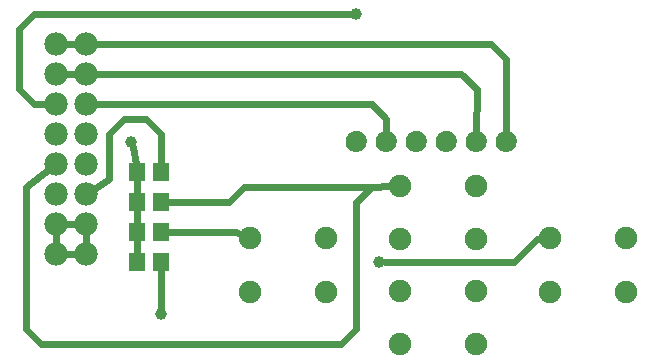
<source format=gtl>
G04 MADE WITH FRITZING*
G04 WWW.FRITZING.ORG*
G04 DOUBLE SIDED*
G04 HOLES PLATED*
G04 CONTOUR ON CENTER OF CONTOUR VECTOR*
%ASAXBY*%
%FSLAX23Y23*%
%MOIN*%
%OFA0B0*%
%SFA1.0B1.0*%
%ADD10C,0.039370*%
%ADD11C,0.070000*%
%ADD12C,0.075000*%
%ADD13C,0.078000*%
%ADD14R,0.055118X0.059055*%
%ADD15C,0.024000*%
%ADD16R,0.001000X0.001000*%
%LNCOPPER1*%
G90*
G70*
G54D10*
X422Y800D03*
X522Y225D03*
X1247Y400D03*
X1172Y1225D03*
G54D11*
X1172Y800D03*
X1272Y800D03*
X1372Y800D03*
X1472Y800D03*
X1572Y800D03*
X1672Y800D03*
G54D12*
X2072Y300D03*
X1816Y300D03*
X2072Y477D03*
X1816Y477D03*
X1072Y300D03*
X816Y300D03*
X1072Y477D03*
X816Y477D03*
X1316Y302D03*
X1572Y302D03*
X1316Y125D03*
X1572Y125D03*
X1572Y475D03*
X1316Y475D03*
X1572Y652D03*
X1316Y652D03*
G54D13*
X172Y1125D03*
X172Y1025D03*
X172Y925D03*
X172Y825D03*
X172Y725D03*
X172Y625D03*
X172Y525D03*
X172Y425D03*
X172Y1125D03*
X172Y1025D03*
X172Y925D03*
X172Y825D03*
X172Y725D03*
X172Y625D03*
X172Y525D03*
X172Y425D03*
X272Y425D03*
X272Y525D03*
X272Y625D03*
X272Y725D03*
X272Y825D03*
X272Y925D03*
X272Y1025D03*
X272Y1125D03*
G54D14*
X442Y400D03*
X522Y400D03*
X442Y500D03*
X522Y500D03*
X442Y600D03*
X522Y600D03*
X442Y700D03*
X522Y700D03*
G54D15*
X442Y476D02*
X442Y424D01*
D02*
X442Y576D02*
X442Y524D01*
D02*
X442Y676D02*
X442Y624D01*
D02*
X437Y724D02*
X426Y781D01*
D02*
X522Y244D02*
X522Y376D01*
D02*
X772Y499D02*
X544Y500D01*
D02*
X791Y490D02*
X772Y499D01*
D02*
X747Y600D02*
X544Y600D01*
D02*
X798Y649D02*
X747Y600D01*
D02*
X1222Y649D02*
X798Y649D01*
D02*
X1288Y651D02*
X1222Y649D01*
D02*
X522Y825D02*
X472Y874D01*
D02*
X472Y874D02*
X397Y874D01*
D02*
X397Y874D02*
X348Y825D01*
D02*
X348Y825D02*
X348Y675D01*
D02*
X348Y675D02*
X297Y641D01*
D02*
X522Y724D02*
X522Y825D01*
D02*
X272Y455D02*
X272Y495D01*
D02*
X172Y455D02*
X172Y495D01*
D02*
X242Y425D02*
X202Y425D01*
D02*
X242Y525D02*
X202Y525D01*
D02*
X242Y1025D02*
X202Y1025D01*
D02*
X242Y1125D02*
X202Y1125D01*
D02*
X1223Y649D02*
X1172Y600D01*
D02*
X1172Y600D02*
X1172Y174D01*
D02*
X1172Y174D02*
X1122Y125D01*
D02*
X1122Y125D02*
X121Y125D01*
D02*
X121Y125D02*
X72Y174D01*
D02*
X72Y649D02*
X148Y707D01*
D02*
X1288Y651D02*
X1223Y649D01*
D02*
X72Y174D02*
X72Y649D01*
D02*
X1773Y475D02*
X1698Y400D01*
D02*
X1698Y400D02*
X1266Y400D01*
D02*
X1788Y476D02*
X1773Y475D01*
D02*
X98Y924D02*
X142Y925D01*
D02*
X1153Y1225D02*
X97Y1226D01*
D02*
X97Y1226D02*
X48Y1174D01*
D02*
X48Y1174D02*
X48Y975D01*
D02*
X48Y975D02*
X98Y924D01*
D02*
X1223Y924D02*
X302Y925D01*
D02*
X1272Y826D02*
X1272Y875D01*
D02*
X1272Y875D02*
X1223Y924D01*
D02*
X1522Y1025D02*
X302Y1025D01*
D02*
X1572Y826D02*
X1573Y975D01*
D02*
X1573Y975D02*
X1522Y1025D01*
D02*
X1622Y1124D02*
X302Y1125D01*
D02*
X1672Y826D02*
X1672Y1074D01*
D02*
X1672Y1074D02*
X1622Y1124D01*
G54D16*
X1165Y835D02*
X1178Y835D01*
X1265Y835D02*
X1278Y835D01*
X1365Y835D02*
X1378Y835D01*
X1465Y835D02*
X1478Y835D01*
X1565Y835D02*
X1578Y835D01*
X1665Y835D02*
X1678Y835D01*
X1161Y834D02*
X1182Y834D01*
X1261Y834D02*
X1282Y834D01*
X1361Y834D02*
X1382Y834D01*
X1461Y834D02*
X1482Y834D01*
X1561Y834D02*
X1582Y834D01*
X1661Y834D02*
X1682Y834D01*
X1159Y833D02*
X1185Y833D01*
X1259Y833D02*
X1285Y833D01*
X1359Y833D02*
X1385Y833D01*
X1459Y833D02*
X1485Y833D01*
X1559Y833D02*
X1585Y833D01*
X1659Y833D02*
X1685Y833D01*
X1157Y832D02*
X1187Y832D01*
X1257Y832D02*
X1287Y832D01*
X1357Y832D02*
X1387Y832D01*
X1457Y832D02*
X1487Y832D01*
X1557Y832D02*
X1587Y832D01*
X1657Y832D02*
X1687Y832D01*
X1155Y831D02*
X1189Y831D01*
X1255Y831D02*
X1289Y831D01*
X1355Y831D02*
X1389Y831D01*
X1455Y831D02*
X1489Y831D01*
X1555Y831D02*
X1589Y831D01*
X1655Y831D02*
X1689Y831D01*
X1153Y830D02*
X1190Y830D01*
X1253Y830D02*
X1290Y830D01*
X1353Y830D02*
X1390Y830D01*
X1453Y830D02*
X1490Y830D01*
X1553Y830D02*
X1590Y830D01*
X1653Y830D02*
X1690Y830D01*
X1152Y829D02*
X1192Y829D01*
X1252Y829D02*
X1292Y829D01*
X1352Y829D02*
X1392Y829D01*
X1452Y829D02*
X1492Y829D01*
X1552Y829D02*
X1592Y829D01*
X1652Y829D02*
X1692Y829D01*
X1150Y828D02*
X1193Y828D01*
X1250Y828D02*
X1293Y828D01*
X1350Y828D02*
X1393Y828D01*
X1450Y828D02*
X1493Y828D01*
X1550Y828D02*
X1593Y828D01*
X1650Y828D02*
X1693Y828D01*
X1149Y827D02*
X1194Y827D01*
X1249Y827D02*
X1294Y827D01*
X1349Y827D02*
X1394Y827D01*
X1449Y827D02*
X1494Y827D01*
X1549Y827D02*
X1594Y827D01*
X1649Y827D02*
X1694Y827D01*
X1148Y826D02*
X1196Y826D01*
X1248Y826D02*
X1296Y826D01*
X1348Y826D02*
X1396Y826D01*
X1448Y826D02*
X1496Y826D01*
X1548Y826D02*
X1596Y826D01*
X1648Y826D02*
X1696Y826D01*
X1147Y825D02*
X1196Y825D01*
X1247Y825D02*
X1296Y825D01*
X1347Y825D02*
X1396Y825D01*
X1447Y825D02*
X1496Y825D01*
X1547Y825D02*
X1596Y825D01*
X1647Y825D02*
X1696Y825D01*
X1146Y824D02*
X1197Y824D01*
X1246Y824D02*
X1297Y824D01*
X1346Y824D02*
X1397Y824D01*
X1446Y824D02*
X1497Y824D01*
X1546Y824D02*
X1597Y824D01*
X1646Y824D02*
X1697Y824D01*
X1145Y823D02*
X1198Y823D01*
X1245Y823D02*
X1298Y823D01*
X1345Y823D02*
X1398Y823D01*
X1445Y823D02*
X1498Y823D01*
X1545Y823D02*
X1598Y823D01*
X1645Y823D02*
X1698Y823D01*
X1144Y822D02*
X1199Y822D01*
X1244Y822D02*
X1299Y822D01*
X1344Y822D02*
X1399Y822D01*
X1444Y822D02*
X1499Y822D01*
X1544Y822D02*
X1599Y822D01*
X1644Y822D02*
X1699Y822D01*
X1144Y821D02*
X1200Y821D01*
X1244Y821D02*
X1300Y821D01*
X1344Y821D02*
X1400Y821D01*
X1444Y821D02*
X1500Y821D01*
X1544Y821D02*
X1600Y821D01*
X1644Y821D02*
X1700Y821D01*
X1143Y820D02*
X1200Y820D01*
X1243Y820D02*
X1300Y820D01*
X1343Y820D02*
X1400Y820D01*
X1443Y820D02*
X1500Y820D01*
X1543Y820D02*
X1600Y820D01*
X1643Y820D02*
X1700Y820D01*
X1142Y819D02*
X1201Y819D01*
X1242Y819D02*
X1301Y819D01*
X1342Y819D02*
X1401Y819D01*
X1442Y819D02*
X1501Y819D01*
X1542Y819D02*
X1601Y819D01*
X1642Y819D02*
X1701Y819D01*
X1142Y818D02*
X1202Y818D01*
X1242Y818D02*
X1302Y818D01*
X1342Y818D02*
X1402Y818D01*
X1442Y818D02*
X1502Y818D01*
X1542Y818D02*
X1602Y818D01*
X1642Y818D02*
X1702Y818D01*
X1141Y817D02*
X1202Y817D01*
X1241Y817D02*
X1302Y817D01*
X1341Y817D02*
X1402Y817D01*
X1441Y817D02*
X1502Y817D01*
X1541Y817D02*
X1602Y817D01*
X1641Y817D02*
X1702Y817D01*
X1141Y816D02*
X1203Y816D01*
X1241Y816D02*
X1303Y816D01*
X1341Y816D02*
X1403Y816D01*
X1441Y816D02*
X1503Y816D01*
X1541Y816D02*
X1603Y816D01*
X1641Y816D02*
X1703Y816D01*
X1140Y815D02*
X1166Y815D01*
X1178Y815D02*
X1203Y815D01*
X1240Y815D02*
X1266Y815D01*
X1278Y815D02*
X1303Y815D01*
X1340Y815D02*
X1366Y815D01*
X1378Y815D02*
X1403Y815D01*
X1440Y815D02*
X1466Y815D01*
X1478Y815D02*
X1503Y815D01*
X1540Y815D02*
X1566Y815D01*
X1578Y815D02*
X1603Y815D01*
X1640Y815D02*
X1666Y815D01*
X1678Y815D02*
X1703Y815D01*
X1140Y814D02*
X1164Y814D01*
X1180Y814D02*
X1203Y814D01*
X1240Y814D02*
X1264Y814D01*
X1280Y814D02*
X1303Y814D01*
X1340Y814D02*
X1364Y814D01*
X1380Y814D02*
X1403Y814D01*
X1440Y814D02*
X1464Y814D01*
X1480Y814D02*
X1503Y814D01*
X1540Y814D02*
X1564Y814D01*
X1580Y814D02*
X1603Y814D01*
X1640Y814D02*
X1664Y814D01*
X1680Y814D02*
X1703Y814D01*
X1140Y813D02*
X1162Y813D01*
X1181Y813D02*
X1204Y813D01*
X1240Y813D02*
X1262Y813D01*
X1281Y813D02*
X1304Y813D01*
X1340Y813D02*
X1362Y813D01*
X1381Y813D02*
X1404Y813D01*
X1440Y813D02*
X1462Y813D01*
X1481Y813D02*
X1504Y813D01*
X1540Y813D02*
X1562Y813D01*
X1581Y813D02*
X1604Y813D01*
X1640Y813D02*
X1662Y813D01*
X1681Y813D02*
X1704Y813D01*
X1139Y812D02*
X1161Y812D01*
X1182Y812D02*
X1204Y812D01*
X1239Y812D02*
X1261Y812D01*
X1282Y812D02*
X1304Y812D01*
X1339Y812D02*
X1361Y812D01*
X1382Y812D02*
X1404Y812D01*
X1439Y812D02*
X1461Y812D01*
X1482Y812D02*
X1504Y812D01*
X1539Y812D02*
X1561Y812D01*
X1582Y812D02*
X1604Y812D01*
X1639Y812D02*
X1661Y812D01*
X1682Y812D02*
X1704Y812D01*
X1139Y811D02*
X1160Y811D01*
X1183Y811D02*
X1205Y811D01*
X1239Y811D02*
X1260Y811D01*
X1283Y811D02*
X1305Y811D01*
X1339Y811D02*
X1360Y811D01*
X1383Y811D02*
X1405Y811D01*
X1439Y811D02*
X1460Y811D01*
X1483Y811D02*
X1505Y811D01*
X1539Y811D02*
X1560Y811D01*
X1583Y811D02*
X1605Y811D01*
X1639Y811D02*
X1660Y811D01*
X1683Y811D02*
X1705Y811D01*
X1139Y810D02*
X1159Y810D01*
X1184Y810D02*
X1205Y810D01*
X1239Y810D02*
X1259Y810D01*
X1284Y810D02*
X1305Y810D01*
X1339Y810D02*
X1359Y810D01*
X1384Y810D02*
X1405Y810D01*
X1439Y810D02*
X1459Y810D01*
X1484Y810D02*
X1505Y810D01*
X1539Y810D02*
X1559Y810D01*
X1584Y810D02*
X1605Y810D01*
X1639Y810D02*
X1659Y810D01*
X1684Y810D02*
X1705Y810D01*
X1138Y809D02*
X1158Y809D01*
X1185Y809D02*
X1205Y809D01*
X1238Y809D02*
X1258Y809D01*
X1285Y809D02*
X1305Y809D01*
X1338Y809D02*
X1358Y809D01*
X1385Y809D02*
X1405Y809D01*
X1438Y809D02*
X1458Y809D01*
X1485Y809D02*
X1505Y809D01*
X1538Y809D02*
X1558Y809D01*
X1585Y809D02*
X1605Y809D01*
X1638Y809D02*
X1658Y809D01*
X1685Y809D02*
X1705Y809D01*
X1138Y808D02*
X1158Y808D01*
X1186Y808D02*
X1205Y808D01*
X1238Y808D02*
X1258Y808D01*
X1286Y808D02*
X1305Y808D01*
X1338Y808D02*
X1358Y808D01*
X1386Y808D02*
X1405Y808D01*
X1438Y808D02*
X1458Y808D01*
X1486Y808D02*
X1505Y808D01*
X1538Y808D02*
X1558Y808D01*
X1585Y808D02*
X1605Y808D01*
X1638Y808D02*
X1658Y808D01*
X1685Y808D02*
X1705Y808D01*
X1138Y807D02*
X1157Y807D01*
X1186Y807D02*
X1206Y807D01*
X1238Y807D02*
X1257Y807D01*
X1286Y807D02*
X1306Y807D01*
X1338Y807D02*
X1357Y807D01*
X1386Y807D02*
X1406Y807D01*
X1438Y807D02*
X1457Y807D01*
X1486Y807D02*
X1506Y807D01*
X1538Y807D02*
X1557Y807D01*
X1586Y807D02*
X1606Y807D01*
X1638Y807D02*
X1657Y807D01*
X1686Y807D02*
X1706Y807D01*
X1138Y806D02*
X1157Y806D01*
X1186Y806D02*
X1206Y806D01*
X1238Y806D02*
X1257Y806D01*
X1286Y806D02*
X1306Y806D01*
X1338Y806D02*
X1357Y806D01*
X1386Y806D02*
X1406Y806D01*
X1438Y806D02*
X1457Y806D01*
X1486Y806D02*
X1506Y806D01*
X1538Y806D02*
X1557Y806D01*
X1586Y806D02*
X1606Y806D01*
X1638Y806D02*
X1657Y806D01*
X1686Y806D02*
X1706Y806D01*
X1138Y805D02*
X1157Y805D01*
X1187Y805D02*
X1206Y805D01*
X1238Y805D02*
X1257Y805D01*
X1287Y805D02*
X1306Y805D01*
X1338Y805D02*
X1357Y805D01*
X1387Y805D02*
X1406Y805D01*
X1438Y805D02*
X1457Y805D01*
X1487Y805D02*
X1506Y805D01*
X1538Y805D02*
X1557Y805D01*
X1587Y805D02*
X1606Y805D01*
X1638Y805D02*
X1657Y805D01*
X1687Y805D02*
X1706Y805D01*
X1137Y804D02*
X1156Y804D01*
X1187Y804D02*
X1206Y804D01*
X1237Y804D02*
X1256Y804D01*
X1287Y804D02*
X1306Y804D01*
X1337Y804D02*
X1356Y804D01*
X1387Y804D02*
X1406Y804D01*
X1437Y804D02*
X1456Y804D01*
X1487Y804D02*
X1506Y804D01*
X1537Y804D02*
X1556Y804D01*
X1587Y804D02*
X1606Y804D01*
X1637Y804D02*
X1656Y804D01*
X1687Y804D02*
X1706Y804D01*
X1137Y803D02*
X1156Y803D01*
X1187Y803D02*
X1206Y803D01*
X1237Y803D02*
X1256Y803D01*
X1287Y803D02*
X1306Y803D01*
X1337Y803D02*
X1356Y803D01*
X1387Y803D02*
X1406Y803D01*
X1437Y803D02*
X1456Y803D01*
X1487Y803D02*
X1506Y803D01*
X1537Y803D02*
X1556Y803D01*
X1587Y803D02*
X1606Y803D01*
X1637Y803D02*
X1656Y803D01*
X1687Y803D02*
X1706Y803D01*
X1137Y802D02*
X1156Y802D01*
X1187Y802D02*
X1206Y802D01*
X1237Y802D02*
X1256Y802D01*
X1287Y802D02*
X1306Y802D01*
X1337Y802D02*
X1356Y802D01*
X1387Y802D02*
X1406Y802D01*
X1437Y802D02*
X1456Y802D01*
X1487Y802D02*
X1506Y802D01*
X1537Y802D02*
X1556Y802D01*
X1587Y802D02*
X1606Y802D01*
X1637Y802D02*
X1656Y802D01*
X1687Y802D02*
X1706Y802D01*
X1137Y801D02*
X1156Y801D01*
X1187Y801D02*
X1206Y801D01*
X1237Y801D02*
X1256Y801D01*
X1287Y801D02*
X1306Y801D01*
X1337Y801D02*
X1356Y801D01*
X1387Y801D02*
X1406Y801D01*
X1437Y801D02*
X1456Y801D01*
X1487Y801D02*
X1506Y801D01*
X1537Y801D02*
X1556Y801D01*
X1587Y801D02*
X1606Y801D01*
X1637Y801D02*
X1656Y801D01*
X1687Y801D02*
X1706Y801D01*
X1137Y800D02*
X1156Y800D01*
X1187Y800D02*
X1206Y800D01*
X1237Y800D02*
X1256Y800D01*
X1287Y800D02*
X1306Y800D01*
X1337Y800D02*
X1356Y800D01*
X1387Y800D02*
X1406Y800D01*
X1437Y800D02*
X1456Y800D01*
X1487Y800D02*
X1506Y800D01*
X1537Y800D02*
X1556Y800D01*
X1587Y800D02*
X1606Y800D01*
X1637Y800D02*
X1656Y800D01*
X1687Y800D02*
X1706Y800D01*
X1137Y799D02*
X1156Y799D01*
X1187Y799D02*
X1206Y799D01*
X1237Y799D02*
X1256Y799D01*
X1287Y799D02*
X1306Y799D01*
X1337Y799D02*
X1356Y799D01*
X1387Y799D02*
X1406Y799D01*
X1437Y799D02*
X1456Y799D01*
X1487Y799D02*
X1506Y799D01*
X1537Y799D02*
X1556Y799D01*
X1587Y799D02*
X1606Y799D01*
X1637Y799D02*
X1656Y799D01*
X1687Y799D02*
X1706Y799D01*
X1137Y798D02*
X1156Y798D01*
X1187Y798D02*
X1206Y798D01*
X1237Y798D02*
X1256Y798D01*
X1287Y798D02*
X1306Y798D01*
X1337Y798D02*
X1356Y798D01*
X1387Y798D02*
X1406Y798D01*
X1437Y798D02*
X1456Y798D01*
X1487Y798D02*
X1506Y798D01*
X1537Y798D02*
X1556Y798D01*
X1587Y798D02*
X1606Y798D01*
X1637Y798D02*
X1656Y798D01*
X1687Y798D02*
X1706Y798D01*
X1137Y797D02*
X1157Y797D01*
X1187Y797D02*
X1206Y797D01*
X1237Y797D02*
X1257Y797D01*
X1287Y797D02*
X1306Y797D01*
X1337Y797D02*
X1357Y797D01*
X1387Y797D02*
X1406Y797D01*
X1437Y797D02*
X1457Y797D01*
X1487Y797D02*
X1506Y797D01*
X1537Y797D02*
X1557Y797D01*
X1587Y797D02*
X1606Y797D01*
X1637Y797D02*
X1657Y797D01*
X1687Y797D02*
X1706Y797D01*
X1138Y796D02*
X1157Y796D01*
X1186Y796D02*
X1206Y796D01*
X1238Y796D02*
X1257Y796D01*
X1286Y796D02*
X1306Y796D01*
X1338Y796D02*
X1357Y796D01*
X1386Y796D02*
X1406Y796D01*
X1438Y796D02*
X1457Y796D01*
X1486Y796D02*
X1506Y796D01*
X1538Y796D02*
X1557Y796D01*
X1586Y796D02*
X1606Y796D01*
X1638Y796D02*
X1657Y796D01*
X1686Y796D02*
X1706Y796D01*
X1138Y795D02*
X1157Y795D01*
X1186Y795D02*
X1206Y795D01*
X1238Y795D02*
X1257Y795D01*
X1286Y795D02*
X1306Y795D01*
X1338Y795D02*
X1357Y795D01*
X1386Y795D02*
X1406Y795D01*
X1438Y795D02*
X1457Y795D01*
X1486Y795D02*
X1506Y795D01*
X1538Y795D02*
X1557Y795D01*
X1586Y795D02*
X1606Y795D01*
X1638Y795D02*
X1657Y795D01*
X1686Y795D02*
X1706Y795D01*
X1138Y794D02*
X1158Y794D01*
X1186Y794D02*
X1205Y794D01*
X1238Y794D02*
X1258Y794D01*
X1286Y794D02*
X1305Y794D01*
X1338Y794D02*
X1358Y794D01*
X1386Y794D02*
X1405Y794D01*
X1438Y794D02*
X1458Y794D01*
X1486Y794D02*
X1505Y794D01*
X1538Y794D02*
X1558Y794D01*
X1586Y794D02*
X1605Y794D01*
X1638Y794D02*
X1658Y794D01*
X1686Y794D02*
X1705Y794D01*
X1138Y793D02*
X1158Y793D01*
X1185Y793D02*
X1205Y793D01*
X1238Y793D02*
X1258Y793D01*
X1285Y793D02*
X1305Y793D01*
X1338Y793D02*
X1358Y793D01*
X1385Y793D02*
X1405Y793D01*
X1438Y793D02*
X1458Y793D01*
X1485Y793D02*
X1505Y793D01*
X1538Y793D02*
X1558Y793D01*
X1585Y793D02*
X1605Y793D01*
X1638Y793D02*
X1658Y793D01*
X1685Y793D02*
X1705Y793D01*
X1139Y792D02*
X1159Y792D01*
X1184Y792D02*
X1205Y792D01*
X1239Y792D02*
X1259Y792D01*
X1284Y792D02*
X1305Y792D01*
X1339Y792D02*
X1359Y792D01*
X1384Y792D02*
X1405Y792D01*
X1439Y792D02*
X1459Y792D01*
X1484Y792D02*
X1505Y792D01*
X1539Y792D02*
X1559Y792D01*
X1584Y792D02*
X1605Y792D01*
X1639Y792D02*
X1659Y792D01*
X1684Y792D02*
X1705Y792D01*
X1139Y791D02*
X1160Y791D01*
X1183Y791D02*
X1205Y791D01*
X1239Y791D02*
X1260Y791D01*
X1283Y791D02*
X1305Y791D01*
X1339Y791D02*
X1360Y791D01*
X1383Y791D02*
X1405Y791D01*
X1439Y791D02*
X1460Y791D01*
X1483Y791D02*
X1505Y791D01*
X1539Y791D02*
X1560Y791D01*
X1583Y791D02*
X1605Y791D01*
X1639Y791D02*
X1660Y791D01*
X1683Y791D02*
X1705Y791D01*
X1139Y790D02*
X1161Y790D01*
X1182Y790D02*
X1204Y790D01*
X1239Y790D02*
X1261Y790D01*
X1282Y790D02*
X1304Y790D01*
X1339Y790D02*
X1361Y790D01*
X1382Y790D02*
X1404Y790D01*
X1439Y790D02*
X1461Y790D01*
X1482Y790D02*
X1504Y790D01*
X1539Y790D02*
X1561Y790D01*
X1582Y790D02*
X1604Y790D01*
X1639Y790D02*
X1661Y790D01*
X1682Y790D02*
X1704Y790D01*
X1140Y789D02*
X1162Y789D01*
X1181Y789D02*
X1204Y789D01*
X1239Y789D02*
X1262Y789D01*
X1281Y789D02*
X1304Y789D01*
X1339Y789D02*
X1362Y789D01*
X1381Y789D02*
X1404Y789D01*
X1439Y789D02*
X1462Y789D01*
X1481Y789D02*
X1504Y789D01*
X1539Y789D02*
X1562Y789D01*
X1581Y789D02*
X1604Y789D01*
X1639Y789D02*
X1662Y789D01*
X1681Y789D02*
X1704Y789D01*
X1140Y788D02*
X1163Y788D01*
X1180Y788D02*
X1204Y788D01*
X1240Y788D02*
X1263Y788D01*
X1280Y788D02*
X1304Y788D01*
X1340Y788D02*
X1363Y788D01*
X1380Y788D02*
X1404Y788D01*
X1440Y788D02*
X1463Y788D01*
X1480Y788D02*
X1504Y788D01*
X1540Y788D02*
X1563Y788D01*
X1580Y788D02*
X1603Y788D01*
X1640Y788D02*
X1663Y788D01*
X1680Y788D02*
X1703Y788D01*
X1140Y787D02*
X1165Y787D01*
X1178Y787D02*
X1203Y787D01*
X1240Y787D02*
X1265Y787D01*
X1278Y787D02*
X1303Y787D01*
X1340Y787D02*
X1365Y787D01*
X1378Y787D02*
X1403Y787D01*
X1440Y787D02*
X1465Y787D01*
X1478Y787D02*
X1503Y787D01*
X1540Y787D02*
X1565Y787D01*
X1578Y787D02*
X1603Y787D01*
X1640Y787D02*
X1665Y787D01*
X1678Y787D02*
X1703Y787D01*
X1141Y786D02*
X1170Y786D01*
X1173Y786D02*
X1203Y786D01*
X1241Y786D02*
X1270Y786D01*
X1273Y786D02*
X1303Y786D01*
X1341Y786D02*
X1370Y786D01*
X1373Y786D02*
X1403Y786D01*
X1441Y786D02*
X1470Y786D01*
X1473Y786D02*
X1503Y786D01*
X1541Y786D02*
X1570Y786D01*
X1573Y786D02*
X1603Y786D01*
X1641Y786D02*
X1670Y786D01*
X1673Y786D02*
X1703Y786D01*
X1141Y785D02*
X1202Y785D01*
X1241Y785D02*
X1302Y785D01*
X1341Y785D02*
X1402Y785D01*
X1441Y785D02*
X1502Y785D01*
X1541Y785D02*
X1602Y785D01*
X1641Y785D02*
X1702Y785D01*
X1142Y784D02*
X1202Y784D01*
X1242Y784D02*
X1302Y784D01*
X1342Y784D02*
X1402Y784D01*
X1442Y784D02*
X1502Y784D01*
X1542Y784D02*
X1602Y784D01*
X1642Y784D02*
X1702Y784D01*
X1142Y783D02*
X1201Y783D01*
X1242Y783D02*
X1301Y783D01*
X1342Y783D02*
X1401Y783D01*
X1442Y783D02*
X1501Y783D01*
X1542Y783D02*
X1601Y783D01*
X1642Y783D02*
X1701Y783D01*
X1143Y782D02*
X1200Y782D01*
X1243Y782D02*
X1300Y782D01*
X1343Y782D02*
X1400Y782D01*
X1443Y782D02*
X1500Y782D01*
X1543Y782D02*
X1600Y782D01*
X1643Y782D02*
X1700Y782D01*
X1144Y781D02*
X1200Y781D01*
X1244Y781D02*
X1300Y781D01*
X1344Y781D02*
X1400Y781D01*
X1444Y781D02*
X1500Y781D01*
X1544Y781D02*
X1600Y781D01*
X1644Y781D02*
X1700Y781D01*
X1144Y780D02*
X1199Y780D01*
X1244Y780D02*
X1299Y780D01*
X1344Y780D02*
X1399Y780D01*
X1444Y780D02*
X1499Y780D01*
X1544Y780D02*
X1599Y780D01*
X1644Y780D02*
X1699Y780D01*
X1145Y779D02*
X1198Y779D01*
X1245Y779D02*
X1298Y779D01*
X1345Y779D02*
X1398Y779D01*
X1445Y779D02*
X1498Y779D01*
X1545Y779D02*
X1598Y779D01*
X1645Y779D02*
X1698Y779D01*
X1146Y778D02*
X1198Y778D01*
X1246Y778D02*
X1298Y778D01*
X1346Y778D02*
X1398Y778D01*
X1446Y778D02*
X1498Y778D01*
X1546Y778D02*
X1598Y778D01*
X1646Y778D02*
X1698Y778D01*
X1147Y777D02*
X1197Y777D01*
X1247Y777D02*
X1297Y777D01*
X1347Y777D02*
X1397Y777D01*
X1447Y777D02*
X1497Y777D01*
X1547Y777D02*
X1597Y777D01*
X1647Y777D02*
X1697Y777D01*
X1148Y776D02*
X1196Y776D01*
X1248Y776D02*
X1296Y776D01*
X1348Y776D02*
X1396Y776D01*
X1448Y776D02*
X1496Y776D01*
X1548Y776D02*
X1596Y776D01*
X1648Y776D02*
X1696Y776D01*
X1149Y775D02*
X1195Y775D01*
X1249Y775D02*
X1295Y775D01*
X1349Y775D02*
X1395Y775D01*
X1449Y775D02*
X1495Y775D01*
X1549Y775D02*
X1595Y775D01*
X1649Y775D02*
X1695Y775D01*
X1150Y774D02*
X1193Y774D01*
X1250Y774D02*
X1293Y774D01*
X1350Y774D02*
X1393Y774D01*
X1450Y774D02*
X1493Y774D01*
X1550Y774D02*
X1593Y774D01*
X1650Y774D02*
X1693Y774D01*
X1151Y773D02*
X1192Y773D01*
X1251Y773D02*
X1292Y773D01*
X1351Y773D02*
X1392Y773D01*
X1451Y773D02*
X1492Y773D01*
X1551Y773D02*
X1592Y773D01*
X1651Y773D02*
X1692Y773D01*
X1153Y772D02*
X1191Y772D01*
X1253Y772D02*
X1291Y772D01*
X1353Y772D02*
X1391Y772D01*
X1453Y772D02*
X1491Y772D01*
X1553Y772D02*
X1591Y772D01*
X1653Y772D02*
X1691Y772D01*
X1154Y771D02*
X1189Y771D01*
X1254Y771D02*
X1289Y771D01*
X1354Y771D02*
X1389Y771D01*
X1454Y771D02*
X1489Y771D01*
X1554Y771D02*
X1589Y771D01*
X1654Y771D02*
X1689Y771D01*
X1156Y770D02*
X1187Y770D01*
X1256Y770D02*
X1287Y770D01*
X1356Y770D02*
X1387Y770D01*
X1456Y770D02*
X1487Y770D01*
X1556Y770D02*
X1587Y770D01*
X1656Y770D02*
X1687Y770D01*
X1158Y769D02*
X1185Y769D01*
X1258Y769D02*
X1285Y769D01*
X1358Y769D02*
X1385Y769D01*
X1458Y769D02*
X1485Y769D01*
X1558Y769D02*
X1585Y769D01*
X1658Y769D02*
X1685Y769D01*
X1161Y768D02*
X1182Y768D01*
X1261Y768D02*
X1282Y768D01*
X1361Y768D02*
X1382Y768D01*
X1461Y768D02*
X1482Y768D01*
X1561Y768D02*
X1582Y768D01*
X1661Y768D02*
X1682Y768D01*
X1164Y767D02*
X1179Y767D01*
X1264Y767D02*
X1279Y767D01*
X1364Y767D02*
X1379Y767D01*
X1464Y767D02*
X1479Y767D01*
X1564Y767D02*
X1579Y767D01*
X1664Y767D02*
X1679Y767D01*
X1171Y766D02*
X1173Y766D01*
X1271Y766D02*
X1273Y766D01*
X1371Y766D02*
X1373Y766D01*
X1471Y766D02*
X1473Y766D01*
X1571Y766D02*
X1573Y766D01*
X1671Y766D02*
X1673Y766D01*
D02*
G04 End of Copper1*
M02*
</source>
